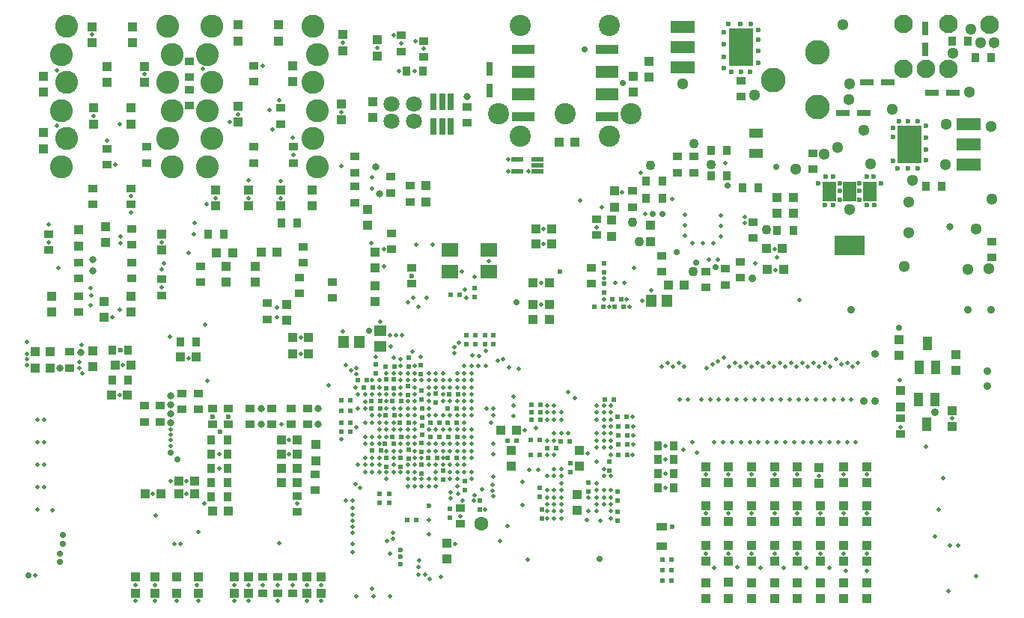
<source format=gbs>
G04 Layer_Color=16711935*
%FSLAX44Y44*%
%MOMM*%
G71*
G01*
G75*
%ADD71C,0.8000*%
%ADD73C,0.5000*%
%ADD74C,0.6000*%
%ADD87C,0.7000*%
%ADD120R,1.1000X1.1000*%
%ADD121R,1.1000X1.1000*%
%ADD122R,0.9000X1.1000*%
%ADD124R,1.1000X0.9000*%
%ADD142R,1.3400X0.5400*%
%ADD143R,1.2446X1.3716*%
%ADD145R,0.5900X0.4900*%
%ADD146R,1.6000X0.7000*%
%ADD152R,0.7000X1.6000*%
%ADD156C,0.1000*%
%ADD157C,2.1000*%
%ADD158C,2.6000*%
%ADD159C,1.8000*%
%ADD160C,2.4000*%
%ADD161C,2.8000*%
%ADD162C,0.9000*%
%ADD163C,1.3000*%
%ADD164C,1.1000*%
%ADD165R,1.1000X1.6000*%
%ADD166R,0.4900X0.5900*%
%ADD167R,2.6000X1.1160*%
%ADD168R,2.6000X1.3700*%
%ADD169R,2.8000X1.4000*%
%ADD170R,2.8000X4.2000*%
%ADD171R,3.4000X2.3000*%
%ADD172R,1.5000X2.3000*%
%ADD173R,1.5000X1.1000*%
%ADD174R,0.7000X1.9000*%
%ADD175R,1.9000X1.5000*%
%ADD176R,1.3016X0.9016*%
%ADD177R,1.3716X1.2446*%
%ADD178C,1.6000*%
D71*
X314000Y951250D02*
D03*
X1320000Y1112000D02*
D03*
X337000Y969000D02*
D03*
X439000Y890000D02*
D03*
X541000Y906000D02*
D03*
Y888000D02*
D03*
X606000Y906000D02*
D03*
Y888000D02*
D03*
X439000Y910000D02*
D03*
Y900000D02*
D03*
Y920000D02*
D03*
X675000Y1149000D02*
D03*
X671000Y1179000D02*
D03*
X774000Y1259000D02*
D03*
X351000Y1062000D02*
D03*
X351000Y1074700D02*
D03*
D73*
X1263750Y938250D02*
D03*
X1323250Y895000D02*
D03*
X480750Y937000D02*
D03*
X872800Y869551D02*
D03*
X675002Y841999D02*
D03*
X667002D02*
D03*
X659002D02*
D03*
X651002D02*
D03*
X864630Y869720D02*
D03*
X713250Y1031000D02*
D03*
X728250D02*
D03*
X716750Y1091000D02*
D03*
X735250D02*
D03*
X712500Y970000D02*
D03*
X1122000Y1086553D02*
D03*
X872796Y789554D02*
D03*
X864796D02*
D03*
X928800Y893550D02*
D03*
X920799Y861549D02*
D03*
X920796Y845554D02*
D03*
X928796Y837550D02*
D03*
X771000Y890000D02*
D03*
X839550Y881650D02*
D03*
X562000Y753750D02*
D03*
X637000Y802000D02*
D03*
X645000D02*
D03*
X645000Y793000D02*
D03*
X648000Y820000D02*
D03*
X827140Y919190D02*
D03*
X852500Y884250D02*
D03*
X801500Y890000D02*
D03*
X844921Y836666D02*
D03*
X855074D02*
D03*
X659000Y922000D02*
D03*
X651000D02*
D03*
X961750Y853750D02*
D03*
X924798Y779048D02*
D03*
X920800Y789554D02*
D03*
X909800Y779804D02*
D03*
X911800Y789554D02*
D03*
X819750Y773167D02*
D03*
X864800Y909550D02*
D03*
X920796Y821550D02*
D03*
X880796Y821554D02*
D03*
X920796Y797550D02*
D03*
X928796D02*
D03*
X962000Y864900D02*
D03*
X962500Y875250D02*
D03*
X936800Y869550D02*
D03*
X928800D02*
D03*
X872800Y853550D02*
D03*
Y837554D02*
D03*
X779000Y882001D02*
D03*
X804273Y854006D02*
D03*
X778998Y874002D02*
D03*
X804280Y866000D02*
D03*
X880796Y781554D02*
D03*
X1123050Y1062800D02*
D03*
X927000Y1134000D02*
D03*
X480000Y1137000D02*
D03*
X527000Y1164000D02*
D03*
X1319000Y699010D02*
D03*
X1350000Y716000D02*
D03*
X941998Y1047998D02*
D03*
X963000Y1065000D02*
D03*
X676000Y1004000D02*
D03*
X687000Y989000D02*
D03*
X921000Y1111000D02*
D03*
X861000Y1109000D02*
D03*
Y1092000D02*
D03*
X649000Y885000D02*
D03*
X643000Y949000D02*
D03*
X637000Y955000D02*
D03*
X683000Y826000D02*
D03*
X683000Y834000D02*
D03*
X691000D02*
D03*
X698995Y834005D02*
D03*
X671000Y964500D02*
D03*
X675000Y866000D02*
D03*
X683000Y874000D02*
D03*
X659000Y874000D02*
D03*
X683000Y882000D02*
D03*
X837300Y797050D02*
D03*
X763000Y882000D02*
D03*
X928796Y829550D02*
D03*
X880796Y877554D02*
D03*
X872796Y877550D02*
D03*
X961500Y896750D02*
D03*
X962000Y885500D02*
D03*
X438000Y987000D02*
D03*
X478000Y1001000D02*
D03*
X1039000Y916000D02*
D03*
X1070800Y953000D02*
D03*
X1045400Y952000D02*
D03*
X1051750Y956200D02*
D03*
X1058100Y959000D02*
D03*
X1064450Y963200D02*
D03*
X795000Y971000D02*
D03*
X780000Y966000D02*
D03*
X771000Y954000D02*
D03*
X560000Y688000D02*
D03*
X421000D02*
D03*
X399000D02*
D03*
X609000D02*
D03*
X593000D02*
D03*
X527000D02*
D03*
X511000D02*
D03*
X470000Y688000D02*
D03*
X446000Y688000D02*
D03*
X779002Y938002D02*
D03*
X794999Y953998D02*
D03*
X771000Y850000D02*
D03*
Y842000D02*
D03*
X779000Y898000D02*
D03*
X771000D02*
D03*
Y906000D02*
D03*
X779000D02*
D03*
X837299Y822696D02*
D03*
X936800Y909550D02*
D03*
X928800Y901550D02*
D03*
X936800D02*
D03*
X920800Y877550D02*
D03*
Y869550D02*
D03*
X936796Y813550D02*
D03*
X928796D02*
D03*
X920796Y805550D02*
D03*
X928796D02*
D03*
X936796D02*
D03*
Y797550D02*
D03*
Y789550D02*
D03*
Y781550D02*
D03*
X864796Y781554D02*
D03*
X880796Y789554D02*
D03*
X872796Y797554D02*
D03*
X864796D02*
D03*
Y805554D02*
D03*
X872796D02*
D03*
X880796Y813554D02*
D03*
X872796D02*
D03*
X864796D02*
D03*
X880796Y805554D02*
D03*
X864796Y829554D02*
D03*
X872796D02*
D03*
X888796Y877550D02*
D03*
X864800Y893550D02*
D03*
Y901550D02*
D03*
X872800D02*
D03*
X880800Y893550D02*
D03*
Y901550D02*
D03*
X864800Y853550D02*
D03*
X880796Y797554D02*
D03*
X804280Y829050D02*
D03*
X827140Y897617D02*
D03*
X872800Y893550D02*
D03*
X804277Y897990D02*
D03*
X920800Y909550D02*
D03*
X928800D02*
D03*
X827138Y909554D02*
D03*
X928800Y861550D02*
D03*
X936800Y853550D02*
D03*
Y861550D02*
D03*
X928800Y885550D02*
D03*
X936800Y877550D02*
D03*
X928800D02*
D03*
X770999Y921998D02*
D03*
X779000Y922000D02*
D03*
Y850000D02*
D03*
X771000Y858000D02*
D03*
X778999Y913998D02*
D03*
X771000Y930000D02*
D03*
X779000Y858000D02*
D03*
X707000Y866000D02*
D03*
X715000Y882000D02*
D03*
Y890000D02*
D03*
Y866000D02*
D03*
X731000Y866000D02*
D03*
X739000D02*
D03*
X731000Y882000D02*
D03*
X675000Y898000D02*
D03*
X707000D02*
D03*
X715000D02*
D03*
Y922000D02*
D03*
X731000Y914000D02*
D03*
X763000Y818000D02*
D03*
X747000Y882000D02*
D03*
Y898000D02*
D03*
X755000Y882000D02*
D03*
X747000Y914000D02*
D03*
X674999Y881998D02*
D03*
X722999Y849998D02*
D03*
X747000Y858000D02*
D03*
X699000Y866000D02*
D03*
X771000Y882000D02*
D03*
X731000Y842000D02*
D03*
X746999Y945998D02*
D03*
X763000Y842000D02*
D03*
X699000Y882000D02*
D03*
X715000Y874000D02*
D03*
X746998Y865998D02*
D03*
X763000Y826000D02*
D03*
X770999Y945998D02*
D03*
X738999Y857998D02*
D03*
X691000Y842000D02*
D03*
X779000Y834000D02*
D03*
X683000Y858000D02*
D03*
Y906000D02*
D03*
X699000Y930000D02*
D03*
X715000Y850000D02*
D03*
Y930000D02*
D03*
X739000D02*
D03*
X747000D02*
D03*
X754998Y929998D02*
D03*
X763000Y930000D02*
D03*
X770999Y913998D02*
D03*
X706999Y825998D02*
D03*
Y841998D02*
D03*
X739000Y842000D02*
D03*
X771000Y834000D02*
D03*
X747000Y842000D02*
D03*
X658999Y833999D02*
D03*
X715000Y834000D02*
D03*
X755000Y826000D02*
D03*
X667000Y922000D02*
D03*
X691000Y850000D02*
D03*
X690999Y889998D02*
D03*
X731000Y930000D02*
D03*
X763000Y834000D02*
D03*
X666999Y833999D02*
D03*
X763000Y898000D02*
D03*
X778999Y929998D02*
D03*
X715000Y842000D02*
D03*
X707000Y882000D02*
D03*
X723000Y826000D02*
D03*
X699000Y906000D02*
D03*
X731000Y898000D02*
D03*
X739000Y882000D02*
D03*
X698999Y897998D02*
D03*
X691000Y906000D02*
D03*
X730999Y921998D02*
D03*
X683000Y890000D02*
D03*
X699000Y858000D02*
D03*
X763000Y914000D02*
D03*
X762999Y857998D02*
D03*
X771000Y866000D02*
D03*
X747000Y850000D02*
D03*
X691000Y858000D02*
D03*
Y882000D02*
D03*
X715000Y858000D02*
D03*
X731000Y906000D02*
D03*
X715000Y914000D02*
D03*
X754999Y865998D02*
D03*
X739000Y898000D02*
D03*
X755000D02*
D03*
Y842000D02*
D03*
Y858000D02*
D03*
Y914000D02*
D03*
X763000Y866000D02*
D03*
X747000Y922000D02*
D03*
X771000Y874000D02*
D03*
X779000Y826000D02*
D03*
X755000Y834000D02*
D03*
X715002Y817999D02*
D03*
X738999Y817998D02*
D03*
X731002Y817999D02*
D03*
X723002D02*
D03*
X707002D02*
D03*
X755500Y804000D02*
D03*
X684000Y756000D02*
D03*
X690000Y765000D02*
D03*
Y759000D02*
D03*
X738999Y825998D02*
D03*
X731002Y825996D02*
D03*
X739000Y834000D02*
D03*
X687000Y742000D02*
D03*
Y693000D02*
D03*
X668000D02*
D03*
X649000Y693000D02*
D03*
X714999Y825998D02*
D03*
X645000Y743000D02*
D03*
X477000Y798000D02*
D03*
X494000Y838000D02*
D03*
X1021000Y1101250D02*
D03*
Y1113250D02*
D03*
Y1125250D02*
D03*
X1048000Y1074000D02*
D03*
X443000Y753000D02*
D03*
X450000D02*
D03*
X559000Y1009000D02*
D03*
Y1020600D02*
D03*
X335502Y958502D02*
D03*
X339000Y946000D02*
D03*
X632000Y1241500D02*
D03*
X633434Y1319907D02*
D03*
X632000Y1180000D02*
D03*
X667000Y1155000D02*
D03*
Y1167700D02*
D03*
X276000Y968000D02*
D03*
Y955000D02*
D03*
Y961500D02*
D03*
Y981000D02*
D03*
X373000Y1009000D02*
D03*
X348000Y1042300D02*
D03*
X301000Y1114000D02*
D03*
X429000Y1063000D02*
D03*
X376000Y1182000D02*
D03*
X301000Y1094000D02*
D03*
X429000Y1043000D02*
D03*
X381000Y1228000D02*
D03*
X394000Y1146000D02*
D03*
X350000Y1329000D02*
D03*
X367000Y1209000D02*
D03*
X409000Y1284000D02*
D03*
X352000Y1237000D02*
D03*
X310000Y1289000D02*
D03*
X382000Y1101000D02*
D03*
X820696Y1174500D02*
D03*
Y1187500D02*
D03*
X844000Y1174500D02*
D03*
X1041000Y1092750D02*
D03*
X1053000D02*
D03*
X1029000D02*
D03*
X1061000Y1100750D02*
D03*
Y1112750D02*
D03*
Y1124750D02*
D03*
X1074000Y868000D02*
D03*
X1064000D02*
D03*
X459000Y1082000D02*
D03*
X475000Y1290000D02*
D03*
X515000Y1239000D02*
D03*
X543000Y1294000D02*
D03*
X562000Y1255000D02*
D03*
X577000Y1212000D02*
D03*
X506000Y1230000D02*
D03*
X527000Y1144000D02*
D03*
X563000D02*
D03*
X554000Y1222000D02*
D03*
X563000Y1163000D02*
D03*
X490000Y1144000D02*
D03*
X666999Y897998D02*
D03*
X730999Y857998D02*
D03*
X707000Y874000D02*
D03*
X675000Y850000D02*
D03*
X778998Y945998D02*
D03*
X286000Y717000D02*
D03*
X394000Y1128000D02*
D03*
X421000Y706000D02*
D03*
X399000D02*
D03*
X288000Y867600D02*
D03*
X296000Y816800D02*
D03*
X288000D02*
D03*
Y791400D02*
D03*
X511000Y706000D02*
D03*
X593000D02*
D03*
X609000D02*
D03*
X560000D02*
D03*
X577000D02*
D03*
X543000D02*
D03*
X527000D02*
D03*
X336000Y952000D02*
D03*
X675000Y890000D02*
D03*
X658997Y890000D02*
D03*
X673000Y1314000D02*
D03*
X551000Y1244000D02*
D03*
X700000Y1319000D02*
D03*
X691000Y1328000D02*
D03*
X716000Y1322000D02*
D03*
X725000Y1313000D02*
D03*
X578000Y1193000D02*
D03*
X697000Y1288000D02*
D03*
X715000D02*
D03*
X680000Y1086000D02*
D03*
X659000Y850000D02*
D03*
X667000D02*
D03*
X645000Y779000D02*
D03*
Y786000D02*
D03*
Y772000D02*
D03*
X667000Y890000D02*
D03*
X653000Y816000D02*
D03*
X439000Y882000D02*
D03*
Y876000D02*
D03*
Y870000D02*
D03*
Y864000D02*
D03*
X666000Y1093000D02*
D03*
X296000Y893000D02*
D03*
X288000D02*
D03*
X296000Y867600D02*
D03*
X381000Y921000D02*
D03*
X385000Y955000D02*
D03*
X494000Y854000D02*
D03*
X459000Y963000D02*
D03*
X645000Y765000D02*
D03*
X573000Y870000D02*
D03*
Y854000D02*
D03*
X582000Y798000D02*
D03*
X618000Y932000D02*
D03*
X457000Y809000D02*
D03*
X422000Y785000D02*
D03*
X586000Y986000D02*
D03*
Y968000D02*
D03*
X564000Y888000D02*
D03*
X457000Y824000D02*
D03*
X419000Y809000D02*
D03*
X439000Y824000D02*
D03*
X1006500Y1143000D02*
D03*
X976000Y1126000D02*
D03*
X1088000Y1116000D02*
D03*
X1088000Y1123000D02*
D03*
X1150000Y1029000D02*
D03*
X1066000Y1184000D02*
D03*
X1094000Y868000D02*
D03*
X719000Y726000D02*
D03*
X719000Y718000D02*
D03*
X720000Y734000D02*
D03*
X732000Y713000D02*
D03*
X727000Y718000D02*
D03*
X288000Y842200D02*
D03*
X296000D02*
D03*
X305000Y791000D02*
D03*
X645000Y753000D02*
D03*
X764250Y809000D02*
D03*
X731000Y764000D02*
D03*
X1077150Y957200D02*
D03*
X1089850D02*
D03*
X1102550D02*
D03*
X1115250D02*
D03*
X1127950D02*
D03*
X1140650D02*
D03*
X1153350D02*
D03*
X1166050D02*
D03*
X1178750D02*
D03*
X1191450Y962200D02*
D03*
X1204150Y957200D02*
D03*
X1059000Y916000D02*
D03*
X1084000Y868000D02*
D03*
X1114000D02*
D03*
X1104000D02*
D03*
X1194000D02*
D03*
X1144000D02*
D03*
X1204000D02*
D03*
X1214000D02*
D03*
X1079000Y916000D02*
D03*
X1109000D02*
D03*
X1099000D02*
D03*
X1089000D02*
D03*
X1159000Y916000D02*
D03*
X1179000Y916000D02*
D03*
X1169000D02*
D03*
X1199000D02*
D03*
X1189000Y916000D02*
D03*
X1209000Y916000D02*
D03*
X1049000D02*
D03*
X1054000Y868000D02*
D03*
X1083500Y953000D02*
D03*
X1121600D02*
D03*
X1134300D02*
D03*
X1108900D02*
D03*
X1096200D02*
D03*
X1172400D02*
D03*
X1185100D02*
D03*
X1159700D02*
D03*
X1210500D02*
D03*
X1197800Y956000D02*
D03*
X1007300Y953000D02*
D03*
X994600D02*
D03*
X1020000D02*
D03*
X1013650Y957200D02*
D03*
X1000950D02*
D03*
X1147000Y953000D02*
D03*
X755250Y811000D02*
D03*
X787000Y954000D02*
D03*
X779000D02*
D03*
X788000Y965000D02*
D03*
X1216350Y957200D02*
D03*
X762998Y945998D02*
D03*
X1069000Y916000D02*
D03*
X731000Y946000D02*
D03*
X738999Y945998D02*
D03*
X723000Y938000D02*
D03*
X739001Y937998D02*
D03*
X747001D02*
D03*
X755001D02*
D03*
X731001D02*
D03*
X771001D02*
D03*
X763000Y938000D02*
D03*
X895971Y917460D02*
D03*
X680000Y1067000D02*
D03*
X718998Y1020998D02*
D03*
X707750Y1026000D02*
D03*
X858000Y1024000D02*
D03*
X694000Y989000D02*
D03*
X701000D02*
D03*
X858000Y1048000D02*
D03*
X799000Y1073000D02*
D03*
X773000Y1031000D02*
D03*
X772000Y1040920D02*
D03*
X783000Y1055000D02*
D03*
X1184000Y868000D02*
D03*
X1174000D02*
D03*
X1164000D02*
D03*
X1139000Y916000D02*
D03*
X1149000Y916000D02*
D03*
X1154000Y868000D02*
D03*
X1129000Y916000D02*
D03*
X1119000Y916000D02*
D03*
X1124000Y868000D02*
D03*
X1134000D02*
D03*
X1044000Y742000D02*
D03*
X1069973Y742000D02*
D03*
X1096000Y742000D02*
D03*
X1122000D02*
D03*
X1148000D02*
D03*
X1174000D02*
D03*
X1200000D02*
D03*
X1226000D02*
D03*
X1226000Y787000D02*
D03*
X1200000D02*
D03*
X1174000D02*
D03*
X1148000D02*
D03*
X1122000D02*
D03*
X1096000D02*
D03*
X1069974Y787000D02*
D03*
X1044000Y787000D02*
D03*
X1226000Y831000D02*
D03*
X1200000D02*
D03*
X1148000D02*
D03*
X1122000D02*
D03*
X1096000D02*
D03*
X1069974Y831000D02*
D03*
X1044000Y831000D02*
D03*
X1172000Y830000D02*
D03*
X1053973Y725974D02*
D03*
X1080000Y726046D02*
D03*
X1106000Y725974D02*
D03*
X1132000D02*
D03*
X1157973D02*
D03*
X1183973Y725974D02*
D03*
X1202973Y721973D02*
D03*
X1225974Y721973D02*
D03*
X815000Y962000D02*
D03*
X769000Y802000D02*
D03*
X768000Y1061000D02*
D03*
X952000Y1048000D02*
D03*
X1293000Y863000D02*
D03*
X999000Y816000D02*
D03*
X1034000Y856000D02*
D03*
X1029000Y868000D02*
D03*
X1019000Y859000D02*
D03*
X1303500Y761500D02*
D03*
X1313000Y827000D02*
D03*
X1320000Y751000D02*
D03*
X1330000D02*
D03*
X1015000Y916000D02*
D03*
X1024000Y916000D02*
D03*
X999000Y864000D02*
D03*
Y848000D02*
D03*
Y832000D02*
D03*
X1125000Y1077000D02*
D03*
X1100000Y1070000D02*
D03*
X1058000Y1074000D02*
D03*
X1308000Y792000D02*
D03*
X745000Y715000D02*
D03*
X667000Y702000D02*
D03*
X949750Y1150500D02*
D03*
X649000Y945000D02*
D03*
Y952000D02*
D03*
X659000Y866000D02*
D03*
X667000Y866000D02*
D03*
X667000Y874000D02*
D03*
X675000Y874000D02*
D03*
X632080Y871000D02*
D03*
X971000Y1173000D02*
D03*
X761000Y752750D02*
D03*
X429000Y1094000D02*
D03*
X382000Y1093100D02*
D03*
X348000Y1023000D02*
D03*
X338484Y978000D02*
D03*
X465000Y1103000D02*
D03*
X431000Y1070000D02*
D03*
X381000Y1018000D02*
D03*
X310000Y1226000D02*
D03*
X469000Y706000D02*
D03*
X470000Y766000D02*
D03*
X888810Y924540D02*
D03*
X803500Y807000D02*
D03*
X910752Y855502D02*
D03*
X674999Y833999D02*
D03*
X707000Y834000D02*
D03*
X920796Y813550D02*
D03*
X911250Y805250D02*
D03*
X880800Y829554D02*
D03*
Y837554D02*
D03*
X779000Y866000D02*
D03*
X936796Y829550D02*
D03*
X1264250Y884750D02*
D03*
X699000Y922000D02*
D03*
X675000Y938000D02*
D03*
X667000D02*
D03*
X683000Y914000D02*
D03*
X674999Y929998D02*
D03*
X675000Y922000D02*
D03*
X691000Y922000D02*
D03*
X683000Y922000D02*
D03*
X658999Y905998D02*
D03*
X651000Y906000D02*
D03*
X658800Y913900D02*
D03*
X707000Y906000D02*
D03*
X715000D02*
D03*
X707000Y914000D02*
D03*
X634000Y993250D02*
D03*
X648250Y929750D02*
D03*
X682999Y945998D02*
D03*
X691000Y963500D02*
D03*
X699000Y962000D02*
D03*
X715000Y954000D02*
D03*
X722000Y964000D02*
D03*
X699000Y954000D02*
D03*
X715000Y946000D02*
D03*
X707000D02*
D03*
X699000D02*
D03*
X691000D02*
D03*
X715000Y938000D02*
D03*
X706999Y937998D02*
D03*
X698999D02*
D03*
X687919Y976169D02*
D03*
X794500Y791750D02*
D03*
X731187Y779563D02*
D03*
X929000Y1053625D02*
D03*
X954500Y1029250D02*
D03*
X934875Y1020750D02*
D03*
X929000Y1029250D02*
D03*
X982419Y1039919D02*
D03*
X972123Y1028127D02*
D03*
X822000Y952750D02*
D03*
X958000Y1020750D02*
D03*
X936800Y885550D02*
D03*
X872800Y909550D02*
D03*
X936800Y893550D02*
D03*
X809000Y960000D02*
D03*
X832250Y951000D02*
D03*
X796660Y906002D02*
D03*
X804280D02*
D03*
X803290Y819380D02*
D03*
X803270Y813030D02*
D03*
X791140Y814710D02*
D03*
X811830Y756420D02*
D03*
X766750Y783750D02*
D03*
X783000Y808000D02*
D03*
X760000Y975679D02*
D03*
X760037Y968297D02*
D03*
X765000Y980500D02*
D03*
X781538Y801462D02*
D03*
X842420Y734750D02*
D03*
X920796Y901550D02*
D03*
X920800Y893550D02*
D03*
X872796Y781554D02*
D03*
X466250Y1116250D02*
D03*
X901750Y1141500D02*
D03*
X312000Y1065000D02*
D03*
X349250Y1033500D02*
D03*
D74*
X1242750Y1161000D02*
D03*
X1234250Y1168500D02*
D03*
X1226000D02*
D03*
X1218250Y1161000D02*
D03*
Y1152000D02*
D03*
X1226000Y1136000D02*
D03*
X1235000D02*
D03*
X1218250Y1142000D02*
D03*
X1195750D02*
D03*
X699000Y746000D02*
D03*
Y738000D02*
D03*
Y730000D02*
D03*
X731000Y796000D02*
D03*
X1256000Y1223000D02*
D03*
Y1186000D02*
D03*
Y1213000D02*
D03*
X1293000Y1212000D02*
D03*
Y1199000D02*
D03*
Y1187000D02*
D03*
Y1226000D02*
D03*
X1284000Y1231000D02*
D03*
X1273000D02*
D03*
X1263000D02*
D03*
X1273000Y1178000D02*
D03*
X1261000D02*
D03*
X1284000D02*
D03*
X1094000Y1287000D02*
D03*
X1084000D02*
D03*
X1073000D02*
D03*
X1065000Y1318000D02*
D03*
Y1304000D02*
D03*
Y1291000D02*
D03*
X1070000Y1341000D02*
D03*
X1083000D02*
D03*
X1095000D02*
D03*
X1104000Y1334000D02*
D03*
Y1323000D02*
D03*
Y1311000D02*
D03*
Y1297000D02*
D03*
X1179000Y1136000D02*
D03*
X1188000D02*
D03*
X1195750Y1152000D02*
D03*
Y1161000D02*
D03*
X1188000Y1168500D02*
D03*
X1179750D02*
D03*
X1171250Y1161000D02*
D03*
X486000Y897000D02*
D03*
X504000D02*
D03*
X382000Y972000D02*
D03*
X495000Y880000D02*
D03*
X1065000Y1332000D02*
D03*
X712000Y1056000D02*
D03*
X879000Y1061000D02*
D03*
X1006000Y772000D02*
D03*
D87*
X907000Y1312000D02*
D03*
X950500Y1274500D02*
D03*
X924000Y736000D02*
D03*
X447000Y848000D02*
D03*
X278000Y717200D02*
D03*
X314000Y732000D02*
D03*
Y742000D02*
D03*
X317000Y753000D02*
D03*
Y763000D02*
D03*
X439000Y856000D02*
D03*
X984000Y1126000D02*
D03*
X995000D02*
D03*
X1069000Y1158000D02*
D03*
X1124000Y1179000D02*
D03*
X663000Y993949D02*
D03*
X1263000Y997000D02*
D03*
X1011000Y1083000D02*
D03*
X1033000Y1071000D02*
D03*
X1055000Y1066000D02*
D03*
X830000Y1026000D02*
D03*
D120*
X509000Y1082000D02*
D03*
X491000D02*
D03*
X870000Y1109000D02*
D03*
X852000D02*
D03*
X870000Y1092000D02*
D03*
X852000D02*
D03*
X541000Y1083000D02*
D03*
X559000D02*
D03*
X896000Y1207000D02*
D03*
X878000D02*
D03*
X564000Y870000D02*
D03*
X582000D02*
D03*
X564000Y854000D02*
D03*
X582000D02*
D03*
X564000Y838000D02*
D03*
X582000D02*
D03*
X564000Y822000D02*
D03*
X582000D02*
D03*
X376000Y955000D02*
D03*
X394000D02*
D03*
X372000Y921000D02*
D03*
X390000D02*
D03*
X504000Y790000D02*
D03*
X486000D02*
D03*
X450000Y964000D02*
D03*
X468000D02*
D03*
X466000Y809000D02*
D03*
X448000D02*
D03*
X428000D02*
D03*
X410000D02*
D03*
X466000Y824000D02*
D03*
X448000D02*
D03*
X595000Y986000D02*
D03*
X577000D02*
D03*
X595000Y968000D02*
D03*
X577000D02*
D03*
X1020000Y1046000D02*
D03*
X1002000D02*
D03*
X1125000Y1127000D02*
D03*
X1143000D02*
D03*
X1125000Y1145000D02*
D03*
X1143000D02*
D03*
X849000Y1007000D02*
D03*
X867000D02*
D03*
X849000Y1024000D02*
D03*
X867000D02*
D03*
X849000Y1048000D02*
D03*
X867000D02*
D03*
X830450Y881550D02*
D03*
X812450D02*
D03*
X1132000Y1063000D02*
D03*
X1114000D02*
D03*
X1131000Y1087000D02*
D03*
X1113000D02*
D03*
D121*
X1327250Y948750D02*
D03*
Y966750D02*
D03*
X1323250Y903750D02*
D03*
Y885750D02*
D03*
X1262500Y984000D02*
D03*
Y966000D02*
D03*
X901300Y840800D02*
D03*
Y858800D02*
D03*
X824100Y840600D02*
D03*
Y858600D02*
D03*
X938000Y1101000D02*
D03*
Y1119000D02*
D03*
X898800Y808400D02*
D03*
Y790400D02*
D03*
X982000Y1095000D02*
D03*
Y1113000D02*
D03*
X667250Y1235000D02*
D03*
Y1253000D02*
D03*
X570000Y1006000D02*
D03*
Y1024000D02*
D03*
X670000Y1027000D02*
D03*
Y1045000D02*
D03*
X502000Y1067000D02*
D03*
Y1049000D02*
D03*
X535000Y1067000D02*
D03*
Y1049000D02*
D03*
X470000Y697000D02*
D03*
Y715000D02*
D03*
X446000Y697000D02*
D03*
Y715000D02*
D03*
X421000Y697000D02*
D03*
Y715000D02*
D03*
X399000Y697000D02*
D03*
Y715000D02*
D03*
X632000Y1250500D02*
D03*
Y1232500D02*
D03*
X633434Y1328907D02*
D03*
Y1310907D02*
D03*
X941000Y1152000D02*
D03*
Y1134000D02*
D03*
X980000Y1299000D02*
D03*
Y1281000D02*
D03*
X728000Y1140000D02*
D03*
Y1158000D02*
D03*
X662000Y1131000D02*
D03*
Y1113000D02*
D03*
X304500Y1015250D02*
D03*
Y1033250D02*
D03*
X335000Y1108000D02*
D03*
Y1090000D02*
D03*
X352000Y1228000D02*
D03*
Y1246000D02*
D03*
X409000Y1275000D02*
D03*
Y1293000D02*
D03*
X394000Y1228000D02*
D03*
Y1246000D02*
D03*
X396000Y1320000D02*
D03*
Y1338000D02*
D03*
X365000Y1112000D02*
D03*
Y1094000D02*
D03*
X295000Y1218000D02*
D03*
Y1200000D02*
D03*
X364000Y1027000D02*
D03*
Y1009000D02*
D03*
X286000Y970000D02*
D03*
Y952000D02*
D03*
X303000Y970000D02*
D03*
Y952000D02*
D03*
X367000Y1293000D02*
D03*
Y1275000D02*
D03*
X295000Y1282000D02*
D03*
Y1264000D02*
D03*
X350000Y1338000D02*
D03*
Y1320000D02*
D03*
X351000Y971000D02*
D03*
Y953000D02*
D03*
X394000Y1033000D02*
D03*
Y1015000D02*
D03*
X429000Y1103000D02*
D03*
Y1085000D02*
D03*
X515000Y1340000D02*
D03*
Y1322000D02*
D03*
X561000Y1340000D02*
D03*
Y1322000D02*
D03*
X577000Y1276000D02*
D03*
Y1294000D02*
D03*
X515000Y1230000D02*
D03*
Y1248000D02*
D03*
X563000Y1153000D02*
D03*
Y1135000D02*
D03*
X527000D02*
D03*
Y1153000D02*
D03*
X490000D02*
D03*
Y1135000D02*
D03*
X599000D02*
D03*
Y1153000D02*
D03*
X962000Y1264000D02*
D03*
Y1282000D02*
D03*
X673000Y1323000D02*
D03*
Y1305000D02*
D03*
X670000Y1083000D02*
D03*
Y1065000D02*
D03*
X603000Y847000D02*
D03*
Y865000D02*
D03*
X1226000Y751000D02*
D03*
Y733000D02*
D03*
X1225974Y691000D02*
D03*
Y709000D02*
D03*
X1200000Y840000D02*
D03*
Y822000D02*
D03*
X1199973Y691000D02*
D03*
Y709000D02*
D03*
X1174000Y751000D02*
D03*
Y733000D02*
D03*
X1173973Y691000D02*
D03*
Y709000D02*
D03*
X1148000Y751000D02*
D03*
Y733000D02*
D03*
X1147973Y691000D02*
D03*
Y709000D02*
D03*
X1122000Y751000D02*
D03*
Y733000D02*
D03*
X1122000Y796000D02*
D03*
Y778000D02*
D03*
X1096000Y751000D02*
D03*
Y733000D02*
D03*
Y691000D02*
D03*
Y709000D02*
D03*
X1069973Y751000D02*
D03*
Y733000D02*
D03*
X1070000Y691072D02*
D03*
Y709072D02*
D03*
X1044000Y840000D02*
D03*
Y822000D02*
D03*
X1043973Y691000D02*
D03*
Y709000D02*
D03*
X1226000Y822000D02*
D03*
Y840000D02*
D03*
Y778000D02*
D03*
Y796000D02*
D03*
X1200000Y733000D02*
D03*
Y751000D02*
D03*
X1200000Y778000D02*
D03*
Y796000D02*
D03*
X1172000Y821000D02*
D03*
Y839000D02*
D03*
X1174000Y778000D02*
D03*
Y796000D02*
D03*
X1148000Y822000D02*
D03*
Y840000D02*
D03*
Y778000D02*
D03*
Y796000D02*
D03*
X1122000Y822000D02*
D03*
Y840000D02*
D03*
X1122000Y709000D02*
D03*
Y691000D02*
D03*
X1096000Y822000D02*
D03*
Y840000D02*
D03*
Y778000D02*
D03*
Y796000D02*
D03*
X1070000Y822000D02*
D03*
Y840000D02*
D03*
Y778000D02*
D03*
Y796000D02*
D03*
X1044000Y733000D02*
D03*
Y751000D02*
D03*
X1044000Y778000D02*
D03*
Y796000D02*
D03*
X751250Y735500D02*
D03*
Y753500D02*
D03*
X1264250Y926000D02*
D03*
Y908000D02*
D03*
X527000Y715000D02*
D03*
Y697000D02*
D03*
X511000Y715000D02*
D03*
Y697000D02*
D03*
X593000Y715000D02*
D03*
Y697000D02*
D03*
X609000Y715000D02*
D03*
Y697000D02*
D03*
D122*
X481250Y1103000D02*
D03*
X499250D02*
D03*
X990000Y832000D02*
D03*
X1008000D02*
D03*
X990000Y816000D02*
D03*
X1008000D02*
D03*
X990000Y848000D02*
D03*
X1008000D02*
D03*
X990000Y864000D02*
D03*
X1008000D02*
D03*
X564000Y1116000D02*
D03*
X582000D02*
D03*
X1068000Y1198000D02*
D03*
X1050000D02*
D03*
X1068000Y1169000D02*
D03*
X1050000D02*
D03*
X1311000Y1157000D02*
D03*
X1293000D02*
D03*
X1323000Y1322000D02*
D03*
X1341000D02*
D03*
X1349000Y1303000D02*
D03*
X1367000D02*
D03*
X724000Y1288000D02*
D03*
X706000D02*
D03*
X485000Y854000D02*
D03*
X503000D02*
D03*
X485000Y838000D02*
D03*
X503000D02*
D03*
X485000Y822000D02*
D03*
X503000D02*
D03*
X485000Y870000D02*
D03*
X503000D02*
D03*
X373000Y938000D02*
D03*
X391000D02*
D03*
X373000Y972000D02*
D03*
X391000D02*
D03*
X503000Y806000D02*
D03*
X485000D02*
D03*
X450000Y981000D02*
D03*
X468000D02*
D03*
X995000Y1144000D02*
D03*
X977000D02*
D03*
Y1163000D02*
D03*
X995000D02*
D03*
X1143000Y1107000D02*
D03*
X1125000D02*
D03*
X1104000Y1156000D02*
D03*
X1086000D02*
D03*
D124*
X921000Y1120000D02*
D03*
Y1102000D02*
D03*
X712000Y1047000D02*
D03*
Y1065000D02*
D03*
X1098000Y1117000D02*
D03*
Y1099000D02*
D03*
X1044000Y1061000D02*
D03*
Y1043000D02*
D03*
X647000Y1191000D02*
D03*
Y1173000D02*
D03*
Y1139000D02*
D03*
Y1157000D02*
D03*
X710000Y1158000D02*
D03*
Y1140000D02*
D03*
X622000Y1031000D02*
D03*
Y1049000D02*
D03*
X585000Y1054000D02*
D03*
Y1036000D02*
D03*
X335000Y1053000D02*
D03*
Y1071000D02*
D03*
X301000Y1103000D02*
D03*
Y1085000D02*
D03*
X1031000Y1191000D02*
D03*
Y1173000D02*
D03*
X725000Y1304000D02*
D03*
Y1322000D02*
D03*
X548000Y1025000D02*
D03*
Y1007000D02*
D03*
X589000Y1071000D02*
D03*
Y1089000D02*
D03*
X395000Y1053000D02*
D03*
Y1071000D02*
D03*
X325000Y952000D02*
D03*
Y970000D02*
D03*
X429000Y1052000D02*
D03*
Y1034000D02*
D03*
X1066000Y1046000D02*
D03*
Y1064000D02*
D03*
X1165000Y1195000D02*
D03*
Y1177000D02*
D03*
X1084000Y1277000D02*
D03*
Y1259000D02*
D03*
X1368000Y1095000D02*
D03*
Y1077000D02*
D03*
X774000Y1229000D02*
D03*
Y1247000D02*
D03*
X367000Y1200000D02*
D03*
Y1182000D02*
D03*
X412000Y1202000D02*
D03*
Y1184000D02*
D03*
X394000Y1155000D02*
D03*
Y1137000D02*
D03*
X351000Y1155000D02*
D03*
Y1137000D02*
D03*
X335000Y1014900D02*
D03*
Y1032900D02*
D03*
X395226Y1109100D02*
D03*
Y1091100D02*
D03*
X473000Y1049000D02*
D03*
Y1067000D02*
D03*
X460500Y1299000D02*
D03*
Y1281000D02*
D03*
Y1267000D02*
D03*
Y1249000D02*
D03*
X533000Y1294000D02*
D03*
Y1276000D02*
D03*
Y1202000D02*
D03*
Y1184000D02*
D03*
X578000D02*
D03*
Y1202000D02*
D03*
X563000Y1228000D02*
D03*
Y1246000D02*
D03*
X409000Y891000D02*
D03*
Y909000D02*
D03*
X427000D02*
D03*
Y891000D02*
D03*
X504000Y888000D02*
D03*
Y906000D02*
D03*
X486000Y888000D02*
D03*
Y906000D02*
D03*
X553000Y888000D02*
D03*
Y906000D02*
D03*
X594000D02*
D03*
Y888000D02*
D03*
X575000D02*
D03*
Y906000D02*
D03*
X529000D02*
D03*
Y888000D02*
D03*
X452000Y905000D02*
D03*
Y923000D02*
D03*
X470000D02*
D03*
Y905000D02*
D03*
X700000Y1310000D02*
D03*
Y1328000D02*
D03*
X688000Y1150000D02*
D03*
Y1168000D02*
D03*
X689000Y1086000D02*
D03*
Y1104000D02*
D03*
X582000Y807000D02*
D03*
Y789000D02*
D03*
X1083000Y1072000D02*
D03*
Y1054000D02*
D03*
X961000Y1134000D02*
D03*
Y1152000D02*
D03*
X994000Y1061000D02*
D03*
Y1079000D02*
D03*
X1012000Y1191000D02*
D03*
Y1173000D02*
D03*
X915000Y1065000D02*
D03*
Y1047000D02*
D03*
X766750Y775500D02*
D03*
Y793500D02*
D03*
X1264250Y876750D02*
D03*
Y894750D02*
D03*
X602750Y831250D02*
D03*
Y813250D02*
D03*
X560000Y697000D02*
D03*
Y715000D02*
D03*
X543000D02*
D03*
Y697000D02*
D03*
X577000D02*
D03*
Y715000D02*
D03*
D142*
X854000Y1187500D02*
D03*
Y1181000D02*
D03*
Y1174500D02*
D03*
X830696D02*
D03*
Y1187500D02*
D03*
D143*
X634169Y980873D02*
D03*
X651949D02*
D03*
X982419Y1028123D02*
D03*
X1000199D02*
D03*
D145*
X752420Y889750D02*
D03*
X762580D02*
D03*
X752420Y850000D02*
D03*
X762580D02*
D03*
X752420Y906000D02*
D03*
X762580D02*
D03*
X753670Y922000D02*
D03*
X763830D02*
D03*
X665920Y914000D02*
D03*
X676080D02*
D03*
X699830D02*
D03*
X689670D02*
D03*
X700080Y874000D02*
D03*
X689920D02*
D03*
X681420Y866000D02*
D03*
X691580D02*
D03*
X708330Y890000D02*
D03*
X698170D02*
D03*
X732420D02*
D03*
X742580D02*
D03*
X732670Y874000D02*
D03*
X742830D02*
D03*
X657170Y929750D02*
D03*
X667330D02*
D03*
X681670Y898000D02*
D03*
X691830D02*
D03*
X650420Y938000D02*
D03*
X660580D02*
D03*
X665920Y906000D02*
D03*
X676080D02*
D03*
X740580Y850000D02*
D03*
X730420D02*
D03*
X676830Y858250D02*
D03*
X666670D02*
D03*
X846670Y901500D02*
D03*
X856830D02*
D03*
X846420Y870250D02*
D03*
X856580D02*
D03*
X955080Y885500D02*
D03*
X944920D02*
D03*
X955080Y853500D02*
D03*
X944920D02*
D03*
X955080Y865000D02*
D03*
X944920D02*
D03*
X846670Y910000D02*
D03*
X856830D02*
D03*
X846670Y893000D02*
D03*
X856830D02*
D03*
X954580Y896750D02*
D03*
X944420D02*
D03*
X940580Y916000D02*
D03*
X930420D02*
D03*
X875330Y860750D02*
D03*
X865170D02*
D03*
X955330Y875250D02*
D03*
X945170D02*
D03*
X879920Y868500D02*
D03*
X890080D02*
D03*
X856080Y853500D02*
D03*
X845920D02*
D03*
X755920Y1035000D02*
D03*
X766080D02*
D03*
X1005160Y711000D02*
D03*
X995000D02*
D03*
X1005080Y723000D02*
D03*
X994920D02*
D03*
X1005080Y735000D02*
D03*
X994920D02*
D03*
X631920Y880000D02*
D03*
X642080D02*
D03*
X631920Y890000D02*
D03*
X642080D02*
D03*
X631920Y903000D02*
D03*
X642080D02*
D03*
X706827Y779563D02*
D03*
X716987D02*
D03*
X941420Y1020750D02*
D03*
X951580D02*
D03*
X752670Y873750D02*
D03*
X762830D02*
D03*
X829780Y869900D02*
D03*
X819620D02*
D03*
X631920Y915000D02*
D03*
X642080D02*
D03*
X681670Y953250D02*
D03*
X691830D02*
D03*
X928330Y1020750D02*
D03*
X918170D02*
D03*
X938170Y1029250D02*
D03*
X948330D02*
D03*
D146*
X1198984Y1240000D02*
D03*
X1223000D02*
D03*
X1250008Y1275000D02*
D03*
X1225992D02*
D03*
X1324008Y1263000D02*
D03*
X1299992D02*
D03*
D152*
X1292000Y1311992D02*
D03*
Y1336008D02*
D03*
X800000Y1265992D02*
D03*
Y1290008D02*
D03*
D156*
X285000Y1340000D02*
D03*
X1365000Y697000D02*
D03*
X285000D02*
D03*
X761750Y1278000D02*
D03*
X641350D02*
D03*
D157*
X1365000Y1340000D02*
D03*
X1318430Y1340910D02*
D03*
X1293030Y1290110D02*
D03*
X1267630D02*
D03*
Y1340910D02*
D03*
X1318430Y1290110D02*
D03*
D158*
X315750Y1179000D02*
D03*
Y1306000D02*
D03*
Y1242500D02*
D03*
X321250Y1338500D02*
D03*
Y1275000D02*
D03*
X435250Y1211500D02*
D03*
Y1275000D02*
D03*
X321250Y1211500D02*
D03*
X435250Y1338500D02*
D03*
X440750Y1179000D02*
D03*
Y1242500D02*
D03*
Y1306000D02*
D03*
X480250Y1179000D02*
D03*
Y1306000D02*
D03*
Y1242500D02*
D03*
X485750Y1338500D02*
D03*
Y1275000D02*
D03*
X599750Y1211500D02*
D03*
Y1275000D02*
D03*
X485750Y1211500D02*
D03*
X599750Y1338500D02*
D03*
X605250Y1179000D02*
D03*
Y1242500D02*
D03*
Y1306000D02*
D03*
D159*
X689050Y1250900D02*
D03*
X714050D02*
D03*
X689050Y1230900D02*
D03*
X714050D02*
D03*
D160*
X834750Y1339500D02*
D03*
X934750D02*
D03*
Y1214500D02*
D03*
X834750D02*
D03*
X809750Y1239500D02*
D03*
X959750D02*
D03*
X884750D02*
D03*
D161*
X1120430Y1277910D02*
D03*
X1170430Y1246910D02*
D03*
Y1308910D02*
D03*
D162*
X1303500Y901500D02*
D03*
X1362300Y948000D02*
D03*
Y931000D02*
D03*
X1341000Y1018000D02*
D03*
X1367000D02*
D03*
X1097000Y1053000D02*
D03*
X1223200Y914000D02*
D03*
X1235900D02*
D03*
X1209000Y1018000D02*
D03*
X1235900Y968000D02*
D03*
D163*
X1231000Y1183000D02*
D03*
X1342000Y1264000D02*
D03*
X1223000Y1221000D02*
D03*
X1278000Y1164000D02*
D03*
X1370000Y1320000D02*
D03*
X1341000Y1063000D02*
D03*
X1274000Y1105000D02*
D03*
X1368000Y1143000D02*
D03*
X1350000Y1109500D02*
D03*
X1199000Y1340000D02*
D03*
X1315000Y1182000D02*
D03*
X1324000Y1308000D02*
D03*
X1316000Y1228000D02*
D03*
X1146000Y1177000D02*
D03*
X1269000Y1067000D02*
D03*
X1274000Y1140000D02*
D03*
X1255000Y1245000D02*
D03*
X1367000Y1225000D02*
D03*
X1364000Y1064000D02*
D03*
X1355000Y1320000D02*
D03*
X1344000Y1335000D02*
D03*
X1206000Y1256000D02*
D03*
X1207000Y1273000D02*
D03*
X1178000Y1194000D02*
D03*
X1099000Y1261000D02*
D03*
X1018000Y1273000D02*
D03*
X1207000Y1131000D02*
D03*
X1193000Y1200992D02*
D03*
D164*
X1031000Y1206000D02*
D03*
X982000Y1181000D02*
D03*
X1113000Y1108000D02*
D03*
X1050000Y1182000D02*
D03*
X969000Y1095000D02*
D03*
X961000Y1117000D02*
D03*
X1030000Y1061000D02*
D03*
D165*
X1294750Y979930D02*
D03*
X1304250Y952070D02*
D03*
X1285250D02*
D03*
X1294250Y887820D02*
D03*
X1284750Y915680D02*
D03*
X1303750D02*
D03*
D166*
X722000Y945170D02*
D03*
Y955330D02*
D03*
X747000Y835330D02*
D03*
Y825170D02*
D03*
X929000Y1070330D02*
D03*
Y1060170D02*
D03*
X691000Y939330D02*
D03*
Y929170D02*
D03*
X723000Y915920D02*
D03*
Y926080D02*
D03*
X739000Y912920D02*
D03*
Y923080D02*
D03*
X707750Y920920D02*
D03*
Y931080D02*
D03*
X708500Y859330D02*
D03*
Y849170D02*
D03*
X723250Y896170D02*
D03*
Y906330D02*
D03*
X699000Y840170D02*
D03*
Y850330D02*
D03*
X723250Y886080D02*
D03*
Y875920D02*
D03*
X671000Y956080D02*
D03*
Y945920D02*
D03*
X683000Y939080D02*
D03*
Y928920D02*
D03*
X682750Y840170D02*
D03*
Y850330D02*
D03*
X723000Y867330D02*
D03*
Y857170D02*
D03*
Y832670D02*
D03*
Y842830D02*
D03*
X944500Y778920D02*
D03*
Y789080D02*
D03*
X935250Y846080D02*
D03*
Y835920D02*
D03*
X856250Y815830D02*
D03*
Y805670D02*
D03*
X858500Y781420D02*
D03*
Y791580D02*
D03*
X890750Y843830D02*
D03*
Y833670D02*
D03*
X911250Y821830D02*
D03*
Y811670D02*
D03*
X944500Y801920D02*
D03*
Y812080D02*
D03*
X783000Y1031920D02*
D03*
Y1042080D02*
D03*
X788500Y791920D02*
D03*
Y802080D02*
D03*
X686000Y798920D02*
D03*
Y809080D02*
D03*
X675000Y798920D02*
D03*
Y809080D02*
D03*
X772000Y813920D02*
D03*
Y824080D02*
D03*
X755000Y792080D02*
D03*
Y781920D02*
D03*
X773250Y978920D02*
D03*
Y989080D02*
D03*
X804250D02*
D03*
Y978920D02*
D03*
X783813Y989173D02*
D03*
Y979013D02*
D03*
X794250Y978920D02*
D03*
Y989080D02*
D03*
X929000Y1036920D02*
D03*
Y1047080D02*
D03*
X708000Y963080D02*
D03*
Y952920D02*
D03*
D167*
X932350Y1312450D02*
D03*
X837650D02*
D03*
X932350Y1236250D02*
D03*
X837650D02*
D03*
D168*
X932350Y1287050D02*
D03*
Y1261650D02*
D03*
X837650Y1287050D02*
D03*
Y1261650D02*
D03*
D169*
X1017916Y1292000D02*
D03*
Y1315000D02*
D03*
Y1338000D02*
D03*
X1341084Y1228000D02*
D03*
Y1205000D02*
D03*
Y1182000D02*
D03*
D170*
X1084449Y1315000D02*
D03*
X1274551Y1205000D02*
D03*
D171*
X1207000Y1090250D02*
D03*
D172*
X1230000Y1151750D02*
D03*
X1207000D02*
D03*
X1184000D02*
D03*
D173*
X1101000Y1217430D02*
D03*
Y1194570D02*
D03*
D174*
X736500Y1224776D02*
D03*
X746000D02*
D03*
X755500D02*
D03*
Y1253224D02*
D03*
X746000D02*
D03*
X736500D02*
D03*
D175*
X799000Y1061000D02*
D03*
X755000D02*
D03*
X799000Y1085000D02*
D03*
X755000D02*
D03*
D176*
X994000Y772000D02*
D03*
Y750000D02*
D03*
D177*
X676127Y976169D02*
D03*
Y993949D02*
D03*
D178*
X790000Y775250D02*
D03*
M02*

</source>
